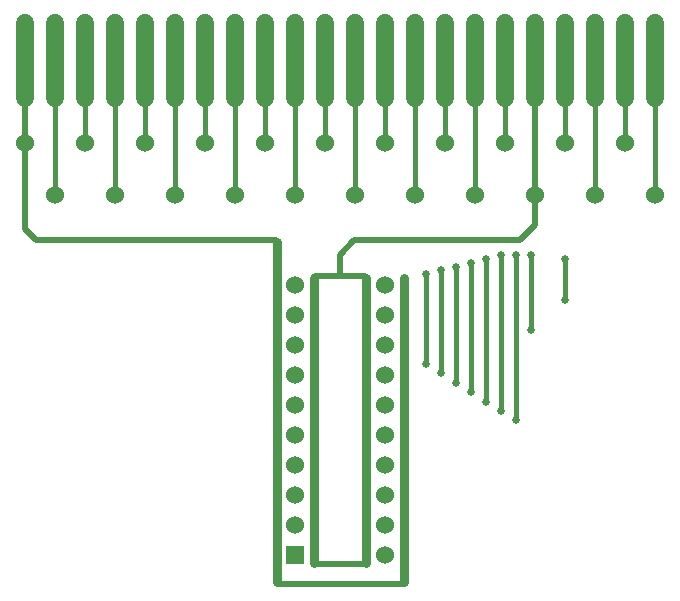
<source format=gtl>
%FSTAX24Y24*%
%MOIN*%
%IN LAYER1.gtl *%
%ADD10C,0.0150*%
%ADD11C,0.0200*%
%ADD12C,0.0250*%
%ADD13C,0.0300*%
%ADD14C,0.0600*%
%ADD15R,0.0600X0.0600*%
D14*X011466Y016241D03*X015466D03*D12*X016341Y012241D03*Y007934D03*
X016841Y012366D03*Y007616D03*X017341Y012491D03*Y007309D03*
X017841Y012491D03*Y006991D03*X015841Y012116D03*Y008241D03*
X015341Y011991D03*Y008559D03*X014841Y011866D03*Y008866D03*
X018341Y012491D03*Y009991D03*X019466Y012366D03*Y010991D03*D14*
X007466Y016241D03*X021466D03*X003466D03*X013466D03*D15*
X010466Y002491D03*D14*X013466Y008491D03*Y010491D03*Y007491D03*
Y006491D03*Y005491D03*Y004491D03*Y003491D03*Y002491D03*
X010466Y010491D03*Y003491D03*Y004491D03*Y005491D03*Y011491D03*
X013466D03*X010466Y006491D03*Y007491D03*Y008491D03*Y009491D03*
X013466D03*X005466Y016241D03*X002466Y014491D03*X004466D03*X006466D03*
X008466D03*X010466D03*X020466D03*X012466D03*X019466Y016241D03*
X016466Y014491D03*X018466D03*X014466D03*X001466Y016241D03*X009466D03*
X022466Y014491D03*X017466Y016241D03*D10*X016341Y012241D02*
G01Y007934D01*X016841Y012366D02*Y007616D01*X017341Y012491D02*
Y007309D01*X017841Y012491D02*Y006991D01*X015841Y012116D02*Y008241D01*
X015341Y011991D02*Y008559D01*X014841Y011866D02*Y008866D01*
X018341Y012491D02*Y009991D01*X019466Y012366D02*Y010991D01*D14*
X017466Y020241D02*Y017741D01*X010466Y020241D02*Y017741D01*
X016466Y020241D02*Y017741D01*X015466Y020241D02*Y017741D01*
X006466Y020241D02*Y017741D01*X005466Y020241D02*Y017741D01*
X001466Y020241D02*Y017741D01*X002466Y020241D02*Y017741D01*
X011466Y020241D02*Y017741D01*X012466Y020241D02*Y017741D01*
X009466Y020241D02*Y017741D01*X018466Y020241D02*Y017741D01*
X008466Y020241D02*Y017741D01*X007466Y020241D02*Y017741D01*
X014466Y020241D02*Y017741D01*X013466Y020241D02*Y017741D01*
X003466Y020241D02*Y017741D01*X004466Y020241D02*Y017741D01*D11*
X001466Y017616D02*Y013366D01*X001841Y012991D01*X009841D01*
X009851Y012934D01*D13*Y001616D01*D11*Y001549D01*X014101D01*Y001616D01*
D13*X014091Y011741D01*D11*X018466Y017616D02*Y013491D01*
X017966Y012991D01*X012438D01*X011966Y012491D01*Y011866D01*
X011091Y002241D02*X011126Y002191D01*X012791D01*X012841Y002241D01*D13*
Y011741D01*D11*X012803Y011804D01*X011116D01*X011091Y011741D01*D13*
Y002241D01*D10*X002466Y014491D02*Y017616D01*X003466D02*Y016241D01*
X004466Y014491D02*Y017616D01*X005466Y016241D02*Y017616D01*
X006466Y014491D02*Y017616D01*X007466Y016241D02*Y017616D01*
X008466Y014491D02*Y017616D01*X009466Y016241D02*Y017616D01*
X010466Y014491D02*Y017616D01*X011466Y016241D02*Y017616D01*
X012466Y014491D02*Y017616D01*X013466Y016241D02*Y017616D01*
X014466Y014491D02*Y017616D01*X015466Y016241D02*Y017616D01*
X016466Y014491D02*Y017616D01*X017466Y016241D02*Y017616D01*D14*
X022466Y020241D02*Y017741D01*X021466Y020241D02*Y017741D01*
X020466Y020241D02*Y017741D01*X019466Y020241D02*Y017741D01*D10*
Y016241D02*Y017616D01*X020466Y014491D02*Y017616D01*X021466Y016241D02*
Y017616D01*X022466Y014491D02*Y017616D01*
M02*
</source>
